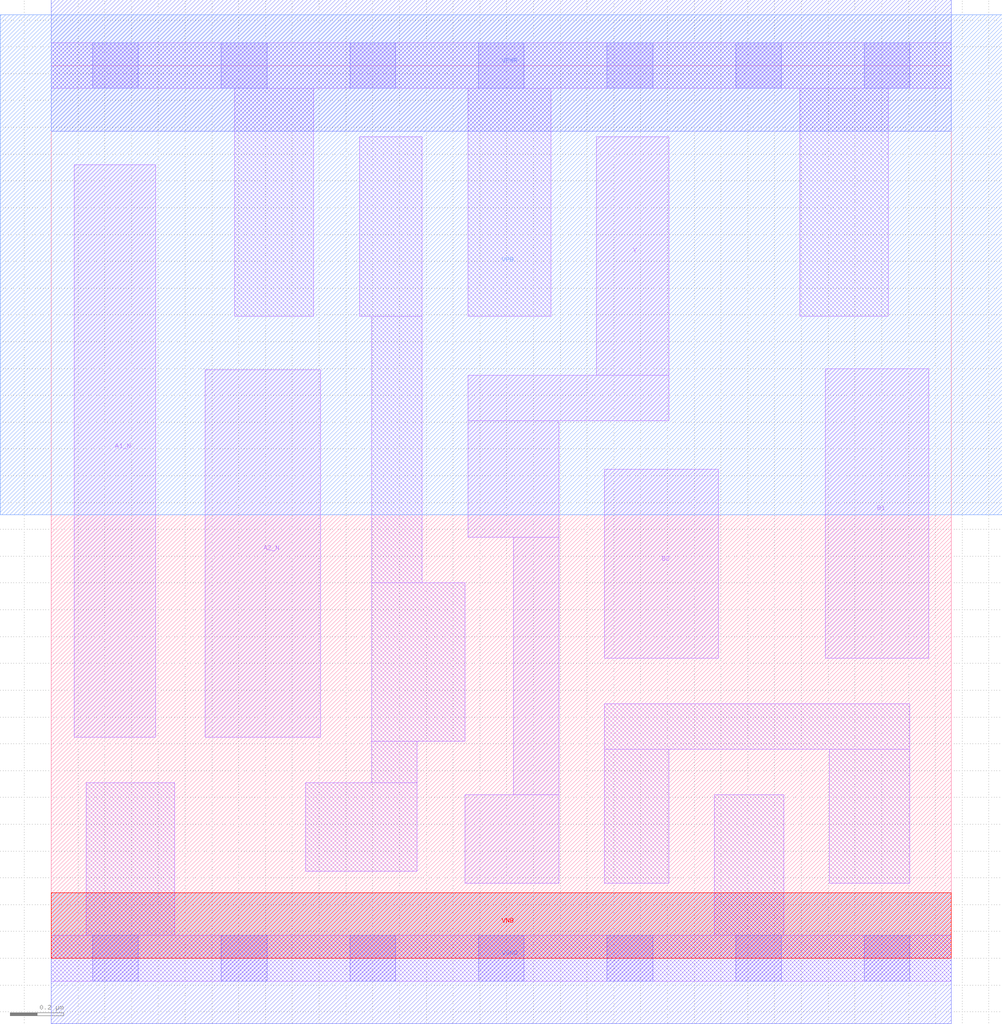
<source format=lef>
# Copyright 2020 The SkyWater PDK Authors
#
# Licensed under the Apache License, Version 2.0 (the "License");
# you may not use this file except in compliance with the License.
# You may obtain a copy of the License at
#
#     https://www.apache.org/licenses/LICENSE-2.0
#
# Unless required by applicable law or agreed to in writing, software
# distributed under the License is distributed on an "AS IS" BASIS,
# WITHOUT WARRANTIES OR CONDITIONS OF ANY KIND, either express or implied.
# See the License for the specific language governing permissions and
# limitations under the License.
#
# SPDX-License-Identifier: Apache-2.0

VERSION 5.7 ;
  NOWIREEXTENSIONATPIN ON ;
  DIVIDERCHAR "/" ;
  BUSBITCHARS "[]" ;
MACRO sky130_fd_sc_lp__o2bb2ai_0
  CLASS CORE ;
  FOREIGN sky130_fd_sc_lp__o2bb2ai_0 ;
  ORIGIN  0.000000  0.000000 ;
  SIZE  3.360000 BY  3.330000 ;
  SYMMETRY X Y R90 ;
  SITE unit ;
  PIN A1_N
    ANTENNAGATEAREA  0.159000 ;
    DIRECTION INPUT ;
    USE SIGNAL ;
    PORT
      LAYER li1 ;
        RECT 0.085000 0.825000 0.390000 2.960000 ;
    END
  END A1_N
  PIN A2_N
    ANTENNAGATEAREA  0.159000 ;
    DIRECTION INPUT ;
    USE SIGNAL ;
    PORT
      LAYER li1 ;
        RECT 0.575000 0.825000 1.005000 2.195000 ;
    END
  END A2_N
  PIN B1
    ANTENNAGATEAREA  0.159000 ;
    DIRECTION INPUT ;
    USE SIGNAL ;
    PORT
      LAYER li1 ;
        RECT 2.890000 1.120000 3.275000 2.200000 ;
    END
  END B1
  PIN B2
    ANTENNAGATEAREA  0.159000 ;
    DIRECTION INPUT ;
    USE SIGNAL ;
    PORT
      LAYER li1 ;
        RECT 2.065000 1.120000 2.490000 1.825000 ;
    END
  END B2
  PIN Y
    ANTENNADIFFAREA  0.290500 ;
    DIRECTION OUTPUT ;
    USE SIGNAL ;
    PORT
      LAYER li1 ;
        RECT 1.545000 0.280000 1.895000 0.610000 ;
        RECT 1.555000 1.570000 1.895000 2.005000 ;
        RECT 1.555000 2.005000 2.305000 2.175000 ;
        RECT 1.725000 0.610000 1.895000 1.570000 ;
        RECT 2.035000 2.175000 2.305000 3.065000 ;
    END
  END Y
  PIN VGND
    DIRECTION INOUT ;
    USE GROUND ;
    PORT
      LAYER met1 ;
        RECT 0.000000 -0.245000 3.360000 0.245000 ;
    END
  END VGND
  PIN VNB
    DIRECTION INOUT ;
    USE GROUND ;
    PORT
      LAYER pwell ;
        RECT 0.000000 0.000000 3.360000 0.245000 ;
    END
  END VNB
  PIN VPB
    DIRECTION INOUT ;
    USE POWER ;
    PORT
      LAYER nwell ;
        RECT -0.190000 1.655000 3.550000 3.520000 ;
    END
  END VPB
  PIN VPWR
    DIRECTION INOUT ;
    USE POWER ;
    PORT
      LAYER met1 ;
        RECT 0.000000 3.085000 3.360000 3.575000 ;
    END
  END VPWR
  OBS
    LAYER li1 ;
      RECT 0.000000 -0.085000 3.360000 0.085000 ;
      RECT 0.000000  3.245000 3.360000 3.415000 ;
      RECT 0.130000  0.085000 0.460000 0.655000 ;
      RECT 0.685000  2.395000 0.980000 3.245000 ;
      RECT 0.950000  0.325000 1.365000 0.655000 ;
      RECT 1.150000  2.395000 1.385000 3.065000 ;
      RECT 1.195000  0.655000 1.365000 0.810000 ;
      RECT 1.195000  0.810000 1.545000 1.400000 ;
      RECT 1.195000  1.400000 1.385000 2.395000 ;
      RECT 1.555000  2.395000 1.865000 3.245000 ;
      RECT 2.065000  0.280000 2.305000 0.780000 ;
      RECT 2.065000  0.780000 3.205000 0.950000 ;
      RECT 2.475000  0.085000 2.735000 0.610000 ;
      RECT 2.795000  2.395000 3.125000 3.245000 ;
      RECT 2.905000  0.280000 3.205000 0.780000 ;
    LAYER mcon ;
      RECT 0.155000 -0.085000 0.325000 0.085000 ;
      RECT 0.155000  3.245000 0.325000 3.415000 ;
      RECT 0.635000 -0.085000 0.805000 0.085000 ;
      RECT 0.635000  3.245000 0.805000 3.415000 ;
      RECT 1.115000 -0.085000 1.285000 0.085000 ;
      RECT 1.115000  3.245000 1.285000 3.415000 ;
      RECT 1.595000 -0.085000 1.765000 0.085000 ;
      RECT 1.595000  3.245000 1.765000 3.415000 ;
      RECT 2.075000 -0.085000 2.245000 0.085000 ;
      RECT 2.075000  3.245000 2.245000 3.415000 ;
      RECT 2.555000 -0.085000 2.725000 0.085000 ;
      RECT 2.555000  3.245000 2.725000 3.415000 ;
      RECT 3.035000 -0.085000 3.205000 0.085000 ;
      RECT 3.035000  3.245000 3.205000 3.415000 ;
  END
END sky130_fd_sc_lp__o2bb2ai_0
END LIBRARY

</source>
